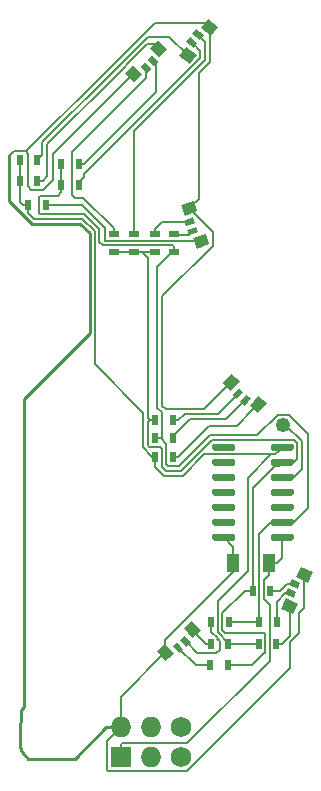
<source format=gbr>
G04 #@! TF.GenerationSoftware,KiCad,Pcbnew,5.1.6-c6e7f7d~87~ubuntu18.04.1*
G04 #@! TF.CreationDate,2020-08-06T21:04:51-07:00*
G04 #@! TF.ProjectId,scythe_badge,73637974-6865-45f6-9261-6467652e6b69,rev?*
G04 #@! TF.SameCoordinates,Original*
G04 #@! TF.FileFunction,Copper,L2,Bot*
G04 #@! TF.FilePolarity,Positive*
%FSLAX46Y46*%
G04 Gerber Fmt 4.6, Leading zero omitted, Abs format (unit mm)*
G04 Created by KiCad (PCBNEW 5.1.6-c6e7f7d~87~ubuntu18.04.1) date 2020-08-06 21:04:51*
%MOMM*%
%LPD*%
G01*
G04 APERTURE LIST*
G04 #@! TA.AperFunction,SMDPad,CuDef*
%ADD10R,0.900000X0.500000*%
G04 #@! TD*
G04 #@! TA.AperFunction,SMDPad,CuDef*
%ADD11R,1.000000X1.600000*%
G04 #@! TD*
G04 #@! TA.AperFunction,SMDPad,CuDef*
%ADD12C,0.100000*%
G04 #@! TD*
G04 #@! TA.AperFunction,ComponentPad*
%ADD13R,1.727200X1.727200*%
G04 #@! TD*
G04 #@! TA.AperFunction,ComponentPad*
%ADD14O,1.727200X1.727200*%
G04 #@! TD*
G04 #@! TA.AperFunction,ComponentPad*
%ADD15C,1.727200*%
G04 #@! TD*
G04 #@! TA.AperFunction,SMDPad,CuDef*
%ADD16C,1.250000*%
G04 #@! TD*
G04 #@! TA.AperFunction,SMDPad,CuDef*
%ADD17R,0.500000X0.900000*%
G04 #@! TD*
G04 #@! TA.AperFunction,Conductor*
%ADD18C,0.200000*%
G04 #@! TD*
G04 #@! TA.AperFunction,Conductor*
%ADD19C,0.250000*%
G04 #@! TD*
G04 #@! TA.AperFunction,Conductor*
%ADD20C,0.140000*%
G04 #@! TD*
G04 APERTURE END LIST*
D10*
X166640000Y-92540000D03*
X166640000Y-94040000D03*
G04 #@! TA.AperFunction,SMDPad,CuDef*
G36*
G01*
X169850000Y-118323851D02*
X169850000Y-118023851D01*
G75*
G02*
X170000000Y-117873851I150000J0D01*
G01*
X171650000Y-117873851D01*
G75*
G02*
X171800000Y-118023851I0J-150000D01*
G01*
X171800000Y-118323851D01*
G75*
G02*
X171650000Y-118473851I-150000J0D01*
G01*
X170000000Y-118473851D01*
G75*
G02*
X169850000Y-118323851I0J150000D01*
G01*
G37*
G04 #@! TD.AperFunction*
G04 #@! TA.AperFunction,SMDPad,CuDef*
G36*
G01*
X169850000Y-117053851D02*
X169850000Y-116753851D01*
G75*
G02*
X170000000Y-116603851I150000J0D01*
G01*
X171650000Y-116603851D01*
G75*
G02*
X171800000Y-116753851I0J-150000D01*
G01*
X171800000Y-117053851D01*
G75*
G02*
X171650000Y-117203851I-150000J0D01*
G01*
X170000000Y-117203851D01*
G75*
G02*
X169850000Y-117053851I0J150000D01*
G01*
G37*
G04 #@! TD.AperFunction*
G04 #@! TA.AperFunction,SMDPad,CuDef*
G36*
G01*
X169850000Y-115783851D02*
X169850000Y-115483851D01*
G75*
G02*
X170000000Y-115333851I150000J0D01*
G01*
X171650000Y-115333851D01*
G75*
G02*
X171800000Y-115483851I0J-150000D01*
G01*
X171800000Y-115783851D01*
G75*
G02*
X171650000Y-115933851I-150000J0D01*
G01*
X170000000Y-115933851D01*
G75*
G02*
X169850000Y-115783851I0J150000D01*
G01*
G37*
G04 #@! TD.AperFunction*
G04 #@! TA.AperFunction,SMDPad,CuDef*
G36*
G01*
X169850000Y-114513851D02*
X169850000Y-114213851D01*
G75*
G02*
X170000000Y-114063851I150000J0D01*
G01*
X171650000Y-114063851D01*
G75*
G02*
X171800000Y-114213851I0J-150000D01*
G01*
X171800000Y-114513851D01*
G75*
G02*
X171650000Y-114663851I-150000J0D01*
G01*
X170000000Y-114663851D01*
G75*
G02*
X169850000Y-114513851I0J150000D01*
G01*
G37*
G04 #@! TD.AperFunction*
G04 #@! TA.AperFunction,SMDPad,CuDef*
G36*
G01*
X169850000Y-113243851D02*
X169850000Y-112943851D01*
G75*
G02*
X170000000Y-112793851I150000J0D01*
G01*
X171650000Y-112793851D01*
G75*
G02*
X171800000Y-112943851I0J-150000D01*
G01*
X171800000Y-113243851D01*
G75*
G02*
X171650000Y-113393851I-150000J0D01*
G01*
X170000000Y-113393851D01*
G75*
G02*
X169850000Y-113243851I0J150000D01*
G01*
G37*
G04 #@! TD.AperFunction*
G04 #@! TA.AperFunction,SMDPad,CuDef*
G36*
G01*
X169850000Y-111973851D02*
X169850000Y-111673851D01*
G75*
G02*
X170000000Y-111523851I150000J0D01*
G01*
X171650000Y-111523851D01*
G75*
G02*
X171800000Y-111673851I0J-150000D01*
G01*
X171800000Y-111973851D01*
G75*
G02*
X171650000Y-112123851I-150000J0D01*
G01*
X170000000Y-112123851D01*
G75*
G02*
X169850000Y-111973851I0J150000D01*
G01*
G37*
G04 #@! TD.AperFunction*
G04 #@! TA.AperFunction,SMDPad,CuDef*
G36*
G01*
X169850000Y-110703851D02*
X169850000Y-110403851D01*
G75*
G02*
X170000000Y-110253851I150000J0D01*
G01*
X171650000Y-110253851D01*
G75*
G02*
X171800000Y-110403851I0J-150000D01*
G01*
X171800000Y-110703851D01*
G75*
G02*
X171650000Y-110853851I-150000J0D01*
G01*
X170000000Y-110853851D01*
G75*
G02*
X169850000Y-110703851I0J150000D01*
G01*
G37*
G04 #@! TD.AperFunction*
G04 #@! TA.AperFunction,SMDPad,CuDef*
G36*
G01*
X174800000Y-110703851D02*
X174800000Y-110403851D01*
G75*
G02*
X174950000Y-110253851I150000J0D01*
G01*
X176600000Y-110253851D01*
G75*
G02*
X176750000Y-110403851I0J-150000D01*
G01*
X176750000Y-110703851D01*
G75*
G02*
X176600000Y-110853851I-150000J0D01*
G01*
X174950000Y-110853851D01*
G75*
G02*
X174800000Y-110703851I0J150000D01*
G01*
G37*
G04 #@! TD.AperFunction*
G04 #@! TA.AperFunction,SMDPad,CuDef*
G36*
G01*
X174800000Y-111973851D02*
X174800000Y-111673851D01*
G75*
G02*
X174950000Y-111523851I150000J0D01*
G01*
X176600000Y-111523851D01*
G75*
G02*
X176750000Y-111673851I0J-150000D01*
G01*
X176750000Y-111973851D01*
G75*
G02*
X176600000Y-112123851I-150000J0D01*
G01*
X174950000Y-112123851D01*
G75*
G02*
X174800000Y-111973851I0J150000D01*
G01*
G37*
G04 #@! TD.AperFunction*
G04 #@! TA.AperFunction,SMDPad,CuDef*
G36*
G01*
X174800000Y-113243851D02*
X174800000Y-112943851D01*
G75*
G02*
X174950000Y-112793851I150000J0D01*
G01*
X176600000Y-112793851D01*
G75*
G02*
X176750000Y-112943851I0J-150000D01*
G01*
X176750000Y-113243851D01*
G75*
G02*
X176600000Y-113393851I-150000J0D01*
G01*
X174950000Y-113393851D01*
G75*
G02*
X174800000Y-113243851I0J150000D01*
G01*
G37*
G04 #@! TD.AperFunction*
G04 #@! TA.AperFunction,SMDPad,CuDef*
G36*
G01*
X174800000Y-114513851D02*
X174800000Y-114213851D01*
G75*
G02*
X174950000Y-114063851I150000J0D01*
G01*
X176600000Y-114063851D01*
G75*
G02*
X176750000Y-114213851I0J-150000D01*
G01*
X176750000Y-114513851D01*
G75*
G02*
X176600000Y-114663851I-150000J0D01*
G01*
X174950000Y-114663851D01*
G75*
G02*
X174800000Y-114513851I0J150000D01*
G01*
G37*
G04 #@! TD.AperFunction*
G04 #@! TA.AperFunction,SMDPad,CuDef*
G36*
G01*
X174800000Y-115783851D02*
X174800000Y-115483851D01*
G75*
G02*
X174950000Y-115333851I150000J0D01*
G01*
X176600000Y-115333851D01*
G75*
G02*
X176750000Y-115483851I0J-150000D01*
G01*
X176750000Y-115783851D01*
G75*
G02*
X176600000Y-115933851I-150000J0D01*
G01*
X174950000Y-115933851D01*
G75*
G02*
X174800000Y-115783851I0J150000D01*
G01*
G37*
G04 #@! TD.AperFunction*
G04 #@! TA.AperFunction,SMDPad,CuDef*
G36*
G01*
X174800000Y-117053851D02*
X174800000Y-116753851D01*
G75*
G02*
X174950000Y-116603851I150000J0D01*
G01*
X176600000Y-116603851D01*
G75*
G02*
X176750000Y-116753851I0J-150000D01*
G01*
X176750000Y-117053851D01*
G75*
G02*
X176600000Y-117203851I-150000J0D01*
G01*
X174950000Y-117203851D01*
G75*
G02*
X174800000Y-117053851I0J150000D01*
G01*
G37*
G04 #@! TD.AperFunction*
G04 #@! TA.AperFunction,SMDPad,CuDef*
G36*
G01*
X174800000Y-118323851D02*
X174800000Y-118023851D01*
G75*
G02*
X174950000Y-117873851I150000J0D01*
G01*
X176600000Y-117873851D01*
G75*
G02*
X176750000Y-118023851I0J-150000D01*
G01*
X176750000Y-118323851D01*
G75*
G02*
X176600000Y-118473851I-150000J0D01*
G01*
X174950000Y-118473851D01*
G75*
G02*
X174800000Y-118323851I0J150000D01*
G01*
G37*
G04 #@! TD.AperFunction*
D11*
X174630000Y-120370000D03*
X171630000Y-120370000D03*
G04 #@! TA.AperFunction,SMDPad,CuDef*
D12*
G36*
X176712364Y-124681740D02*
G01*
X175715425Y-124216860D01*
X176116912Y-123355868D01*
X177113851Y-123820748D01*
X176712364Y-124681740D01*
G37*
G04 #@! TD.AperFunction*
G04 #@! TA.AperFunction,SMDPad,CuDef*
G36*
X176754846Y-123289226D02*
G01*
X176029800Y-122951131D01*
X176243222Y-122493446D01*
X176968268Y-122831541D01*
X176754846Y-123289226D01*
G37*
G04 #@! TD.AperFunction*
G04 #@! TA.AperFunction,SMDPad,CuDef*
G36*
X177107732Y-122532459D02*
G01*
X176382686Y-122194364D01*
X176596108Y-121736679D01*
X177321154Y-122074774D01*
X177107732Y-122532459D01*
G37*
G04 #@! TD.AperFunction*
G04 #@! TA.AperFunction,SMDPad,CuDef*
G36*
X177959088Y-122008132D02*
G01*
X176962149Y-121543252D01*
X177363636Y-120682260D01*
X178360575Y-121147140D01*
X177959088Y-122008132D01*
G37*
G04 #@! TD.AperFunction*
D13*
X162120000Y-136800000D03*
D14*
X162120000Y-134260000D03*
X164660000Y-136800000D03*
X164660000Y-134260000D03*
D15*
X167200000Y-136800000D03*
X167200000Y-134260000D03*
D16*
X175880000Y-108710000D03*
G04 #@! TA.AperFunction,SMDPad,CuDef*
D12*
G36*
X165898506Y-127183409D02*
G01*
X166605572Y-128026058D01*
X165877830Y-128636707D01*
X165170764Y-127794058D01*
X165898506Y-127183409D01*
G37*
G04 #@! TD.AperFunction*
G04 #@! TA.AperFunction,SMDPad,CuDef*
G36*
X166891686Y-127068006D02*
G01*
X167405916Y-127680842D01*
X167019064Y-128005450D01*
X166504834Y-127392614D01*
X166891686Y-127068006D01*
G37*
G04 #@! TD.AperFunction*
G04 #@! TA.AperFunction,SMDPad,CuDef*
G36*
X167531334Y-126531278D02*
G01*
X168045564Y-127144114D01*
X167658712Y-127468722D01*
X167144482Y-126855886D01*
X167531334Y-126531278D01*
G37*
G04 #@! TD.AperFunction*
G04 #@! TA.AperFunction,SMDPad,CuDef*
G36*
X168158338Y-125287185D02*
G01*
X168865404Y-126129834D01*
X168137662Y-126740483D01*
X167430596Y-125897834D01*
X168158338Y-125287185D01*
G37*
G04 #@! TD.AperFunction*
G04 #@! TA.AperFunction,SMDPad,CuDef*
G36*
X174453404Y-106818000D02*
G01*
X173746338Y-107660649D01*
X173018596Y-107050000D01*
X173725662Y-106207351D01*
X174453404Y-106818000D01*
G37*
G04 #@! TD.AperFunction*
G04 #@! TA.AperFunction,SMDPad,CuDef*
G36*
X173119334Y-106416556D02*
G01*
X172605104Y-107029392D01*
X172218252Y-106704784D01*
X172732482Y-106091948D01*
X173119334Y-106416556D01*
G37*
G04 #@! TD.AperFunction*
G04 #@! TA.AperFunction,SMDPad,CuDef*
G36*
X172479686Y-105879828D02*
G01*
X171965456Y-106492664D01*
X171578604Y-106168056D01*
X172092834Y-105555220D01*
X172479686Y-105879828D01*
G37*
G04 #@! TD.AperFunction*
G04 #@! TA.AperFunction,SMDPad,CuDef*
G36*
X172193572Y-104921776D02*
G01*
X171486506Y-105764425D01*
X170758764Y-105153776D01*
X171465830Y-104311127D01*
X172193572Y-104921776D01*
G37*
G04 #@! TD.AperFunction*
G04 #@! TA.AperFunction,SMDPad,CuDef*
G36*
X163153984Y-78168199D02*
G01*
X163931801Y-78946016D01*
X163260050Y-79617767D01*
X162482233Y-78839950D01*
X163153984Y-78168199D01*
G37*
G04 #@! TD.AperFunction*
G04 #@! TA.AperFunction,SMDPad,CuDef*
G36*
X164133328Y-77966673D02*
G01*
X164699013Y-78532358D01*
X164341924Y-78889447D01*
X163776239Y-78323762D01*
X164133328Y-77966673D01*
G37*
G04 #@! TD.AperFunction*
G04 #@! TA.AperFunction,SMDPad,CuDef*
G36*
X164723762Y-77376239D02*
G01*
X165289447Y-77941924D01*
X164932358Y-78299013D01*
X164366673Y-77733328D01*
X164723762Y-77376239D01*
G37*
G04 #@! TD.AperFunction*
G04 #@! TA.AperFunction,SMDPad,CuDef*
G36*
X165239950Y-76082233D02*
G01*
X166017767Y-76860050D01*
X165346016Y-77531801D01*
X164568199Y-76753984D01*
X165239950Y-76082233D01*
G37*
G04 #@! TD.AperFunction*
G04 #@! TA.AperFunction,SMDPad,CuDef*
G36*
X169759068Y-75750603D02*
G01*
X168892256Y-75073375D01*
X169477134Y-74324765D01*
X170343946Y-75001993D01*
X169759068Y-75750603D01*
G37*
G04 #@! TD.AperFunction*
G04 #@! TA.AperFunction,SMDPad,CuDef*
G36*
X168811584Y-76069978D02*
G01*
X168181175Y-75577449D01*
X168492084Y-75179504D01*
X169122493Y-75672033D01*
X168811584Y-76069978D01*
G37*
G04 #@! TD.AperFunction*
G04 #@! TA.AperFunction,SMDPad,CuDef*
G36*
X168297507Y-76727967D02*
G01*
X167667098Y-76235438D01*
X167978007Y-75837493D01*
X168608416Y-76330022D01*
X168297507Y-76727967D01*
G37*
G04 #@! TD.AperFunction*
G04 #@! TA.AperFunction,SMDPad,CuDef*
G36*
X167942866Y-78075235D02*
G01*
X167076054Y-77398007D01*
X167660932Y-76649397D01*
X168527744Y-77326625D01*
X167942866Y-78075235D01*
G37*
G04 #@! TD.AperFunction*
G04 #@! TA.AperFunction,SMDPad,CuDef*
G36*
X169613080Y-93365995D02*
G01*
X168579418Y-93742217D01*
X168254498Y-92849509D01*
X169288160Y-92473287D01*
X169613080Y-93365995D01*
G37*
G04 #@! TD.AperFunction*
G04 #@! TA.AperFunction,SMDPad,CuDef*
G36*
X168658462Y-92351299D02*
G01*
X167906708Y-92624915D01*
X167733988Y-92150371D01*
X168485742Y-91876755D01*
X168658462Y-92351299D01*
G37*
G04 #@! TD.AperFunction*
G04 #@! TA.AperFunction,SMDPad,CuDef*
G36*
X168372876Y-91566655D02*
G01*
X167621122Y-91840271D01*
X167448402Y-91365727D01*
X168200156Y-91092111D01*
X168372876Y-91566655D01*
G37*
G04 #@! TD.AperFunction*
G04 #@! TA.AperFunction,SMDPad,CuDef*
G36*
X168604120Y-90593901D02*
G01*
X167570458Y-90970123D01*
X167245538Y-90077415D01*
X168279200Y-89701193D01*
X168604120Y-90593901D01*
G37*
G04 #@! TD.AperFunction*
D17*
X171246000Y-125324000D03*
X169746000Y-125324000D03*
X165030000Y-109810000D03*
X166530000Y-109810000D03*
X158570000Y-86560000D03*
X157070000Y-86560000D03*
X173810000Y-125324000D03*
X175310000Y-125324000D03*
X169726000Y-127236000D03*
X171226000Y-127236000D03*
X166530000Y-111370000D03*
X165030000Y-111370000D03*
X153540000Y-88020000D03*
X155040000Y-88020000D03*
X175290000Y-127236000D03*
X173790000Y-127236000D03*
X171184000Y-129032000D03*
X169684000Y-129032000D03*
X165030000Y-108250000D03*
X166530000Y-108250000D03*
D10*
X161520000Y-92540000D03*
X161520000Y-94040000D03*
D17*
X174770000Y-122730000D03*
X173270000Y-122730000D03*
X157090000Y-88310000D03*
X158590000Y-88310000D03*
X155040000Y-86260000D03*
X153540000Y-86260000D03*
X154260000Y-90040000D03*
X155760000Y-90040000D03*
D10*
X163270000Y-92540000D03*
X163270000Y-94040000D03*
X164980000Y-92540000D03*
X164980000Y-94040000D03*
D18*
X168450647Y-129032000D02*
X169684000Y-129032000D01*
X166955375Y-127536728D02*
X168450647Y-129032000D01*
X175330000Y-120370000D02*
X174630000Y-120370000D01*
X175775000Y-119925000D02*
X175330000Y-120370000D01*
X175775000Y-118173851D02*
X175775000Y-119925000D01*
X162120000Y-135736400D02*
X162120000Y-136800000D01*
X162220001Y-135636399D02*
X162120000Y-135736400D01*
X167758529Y-135636399D02*
X162220001Y-135636399D01*
X174630000Y-121370000D02*
X174219999Y-121780001D01*
X174630000Y-120370000D02*
X174630000Y-121370000D01*
X174740000Y-123910000D02*
X174740000Y-128654928D01*
X174740000Y-128654928D02*
X167758529Y-135636399D01*
X174219999Y-121780001D02*
X174219999Y-123389999D01*
X174219999Y-123389999D02*
X174740000Y-123910000D01*
X162120000Y-131678226D02*
X165888168Y-127910058D01*
X162120000Y-134260000D02*
X162120000Y-131678226D01*
X171630000Y-118978851D02*
X170825000Y-118173851D01*
X171630000Y-120370000D02*
X171630000Y-118978851D01*
X177661362Y-121910307D02*
X177661362Y-121345196D01*
X177220000Y-124598383D02*
X177661362Y-124157021D01*
X177220000Y-126321698D02*
X177220000Y-124598383D01*
X176469413Y-127072285D02*
X177220000Y-126321698D01*
X160956399Y-135423601D02*
X160956399Y-137903601D01*
X162120000Y-134260000D02*
X160956399Y-135423601D01*
X160956399Y-137903601D02*
X161016399Y-137963601D01*
X177661362Y-124157021D02*
X177661362Y-121910307D01*
X161016399Y-137963601D02*
X167758529Y-137963601D01*
X176469413Y-129252717D02*
X176469413Y-127072285D01*
X167758529Y-137963601D02*
X176469413Y-129252717D01*
X168295427Y-90706256D02*
X167924829Y-90335658D01*
X171476168Y-105037776D02*
X169193944Y-107320000D01*
X169193944Y-107320000D02*
X165910000Y-107320000D01*
X165910000Y-107320000D02*
X165620000Y-107030000D01*
X165620000Y-107030000D02*
X165620000Y-97783355D01*
X165620000Y-97783355D02*
X169913090Y-93490265D01*
X169913090Y-92323919D02*
X168295427Y-90706256D01*
X169913090Y-93490265D02*
X169913090Y-92323919D01*
X165888168Y-126891832D02*
X171630000Y-121150000D01*
X165888168Y-127910058D02*
X165888168Y-126891832D01*
X171630000Y-121150000D02*
X171630000Y-120370000D01*
D19*
X153927391Y-106459557D02*
X159474990Y-100911958D01*
X152660000Y-89691054D02*
X152660000Y-85899998D01*
X153927391Y-132542609D02*
X153927391Y-106459557D01*
X153678543Y-133188622D02*
X153680020Y-133187230D01*
X153684724Y-133028503D02*
X153685931Y-133027348D01*
X153662266Y-133470520D02*
X153664435Y-133468558D01*
X153680020Y-133187230D02*
X153684724Y-133028503D01*
X153654511Y-133592680D02*
X153662266Y-133470520D01*
X153597949Y-134008655D02*
X153610877Y-133917435D01*
X153944061Y-136582818D02*
X153914406Y-136548333D01*
X154114296Y-136764720D02*
X153974134Y-136616220D01*
X162120000Y-134260000D02*
X160898686Y-134260000D01*
X154114261Y-136765952D02*
X154114296Y-136764720D01*
X153626481Y-136053935D02*
X153615234Y-136010535D01*
X158693956Y-91655010D02*
X154623956Y-91655010D01*
X154152830Y-136807279D02*
X154114261Y-136765952D01*
X153637678Y-136092126D02*
X153626481Y-136053935D01*
X159474990Y-92436044D02*
X158693956Y-91655010D01*
X154152593Y-136814156D02*
X154152830Y-136807279D01*
X153648523Y-136124620D02*
X153637678Y-136092126D01*
X159474990Y-100911958D02*
X159474990Y-92436044D01*
X154196228Y-136863971D02*
X154152593Y-136814156D01*
X153657286Y-136147548D02*
X153648523Y-136124620D01*
X153672893Y-133333853D02*
X153678543Y-133188622D01*
X153643006Y-133707515D02*
X153651929Y-133594953D01*
X154195841Y-136869827D02*
X154196228Y-136863971D01*
X160898686Y-134260000D02*
X158198686Y-136960000D01*
X153974134Y-136616220D02*
X153944061Y-136582818D01*
X153614795Y-133914348D02*
X153626309Y-133817202D01*
X153570000Y-134131493D02*
X153575114Y-134101258D01*
X153615234Y-136010535D02*
X153604174Y-135962471D01*
X153734871Y-136298608D02*
X153715133Y-136264781D01*
X153914406Y-136548333D02*
X153885477Y-136513144D01*
X153685931Y-133027348D02*
X153691409Y-132778591D01*
X153664435Y-133468558D02*
X153671098Y-133335513D01*
X153629799Y-133814333D02*
X153639975Y-133710101D01*
X154239412Y-136928031D02*
X154239887Y-136922924D01*
X153593684Y-134011861D02*
X153597949Y-134008655D01*
X153583216Y-135854134D02*
X153573526Y-135794660D01*
X158198686Y-136960000D02*
X154264689Y-136960000D01*
X153885477Y-136513144D02*
X153857306Y-136477302D01*
X153691409Y-132778591D02*
X153927391Y-132542609D01*
X153671098Y-133335513D02*
X153672893Y-133333853D01*
X153639975Y-133710101D02*
X153643006Y-133707515D01*
X154239887Y-136922924D02*
X154195841Y-136869827D01*
X154623956Y-91655010D02*
X152660000Y-89691054D01*
X153573526Y-135794660D02*
X153570000Y-135770346D01*
X153857306Y-136477302D02*
X153830171Y-136441196D01*
X153830171Y-136441196D02*
X153804221Y-136405041D01*
X153804221Y-136405041D02*
X153779529Y-136368965D01*
X153779529Y-136368965D02*
X153756386Y-136333434D01*
X153756386Y-136333434D02*
X153734871Y-136298608D01*
X153715133Y-136264781D02*
X153697388Y-136232399D01*
X153651929Y-133594953D02*
X153654511Y-133592680D01*
X153610877Y-133917435D02*
X153614795Y-133914348D01*
X153570000Y-135770346D02*
X153570000Y-134131493D01*
X153697388Y-136232399D02*
X153681728Y-136201742D01*
X153681728Y-136201742D02*
X153668322Y-136173293D01*
X153668322Y-136173293D02*
X153657286Y-136147548D01*
X153626309Y-133817202D02*
X153629799Y-133814333D01*
X153575114Y-134101258D02*
X153579276Y-134098286D01*
X153604174Y-135962471D02*
X153593455Y-135910170D01*
X153579276Y-134098286D02*
X153593684Y-134011861D01*
X154264689Y-136960000D02*
X154239412Y-136928031D01*
X153593455Y-135910170D02*
X153583216Y-135854134D01*
D18*
X152660000Y-85899998D02*
X153049999Y-85509999D01*
X169735942Y-75122618D02*
X169726267Y-75112943D01*
X154069999Y-85509999D02*
X153049999Y-85509999D01*
X154250000Y-85690000D02*
X154069999Y-85509999D01*
X163207017Y-78892983D02*
X156340000Y-85760000D01*
X156340000Y-87960002D02*
X155530001Y-88770001D01*
X155530001Y-88770001D02*
X154549999Y-88770001D01*
X154549999Y-88770001D02*
X154250000Y-88470002D01*
X156340000Y-85760000D02*
X156340000Y-87960002D01*
X154250000Y-88470002D02*
X154250000Y-85690000D01*
X169657776Y-75077359D02*
X169648101Y-75067684D01*
X169627776Y-77912224D02*
X169657776Y-77882224D01*
X168700000Y-89560487D02*
X168700000Y-78873781D01*
X169657776Y-77882224D02*
X169657776Y-75077359D01*
X167924829Y-90335658D02*
X168700000Y-89560487D01*
X168700000Y-78873781D02*
X169627776Y-77946005D01*
X169627776Y-77946005D02*
X169627776Y-77912224D01*
X154130001Y-85509999D02*
X153049999Y-85509999D01*
X161312202Y-78327800D02*
X154130001Y-85509999D01*
X161312202Y-78324301D02*
X161312202Y-78327800D01*
X161780845Y-77855658D02*
X161312202Y-78324301D01*
X162159692Y-77480310D02*
X161784344Y-77855658D01*
X161784344Y-77855658D02*
X161780845Y-77855658D01*
X169226272Y-74645855D02*
X164994146Y-74645855D01*
X164994146Y-74645855D02*
X162631833Y-77008168D01*
X162631833Y-77008168D02*
X162628335Y-77008168D01*
X162628335Y-77008168D02*
X162159692Y-77476811D01*
X169618101Y-75037684D02*
X169226272Y-74645855D01*
X162159692Y-77476811D02*
X162159692Y-77480310D01*
D20*
X169746000Y-126169273D02*
X170320000Y-126743273D01*
X169746000Y-125324000D02*
X169746000Y-126169273D01*
D18*
X170484302Y-126950000D02*
X170298788Y-126764486D01*
X170490000Y-126950000D02*
X170484302Y-126950000D01*
X170490000Y-127712002D02*
X170490000Y-126950000D01*
X170216001Y-127986001D02*
X170490000Y-127712002D01*
X168581024Y-127986001D02*
X170216001Y-127986001D01*
X167595023Y-127000000D02*
X168581024Y-127986001D01*
X169370166Y-127236000D02*
X169726000Y-127236000D01*
X168148000Y-126013834D02*
X169370166Y-127236000D01*
X173345606Y-107324394D02*
X173736000Y-106934000D01*
X171920000Y-108750000D02*
X173345606Y-107324394D01*
X169600000Y-108750000D02*
X171920000Y-108750000D01*
X166530000Y-111370000D02*
X166980000Y-111370000D01*
X166980000Y-111370000D02*
X169600000Y-108750000D01*
X162112223Y-78659177D02*
X155880000Y-84891400D01*
X155490000Y-88020000D02*
X155040000Y-88020000D01*
X164154383Y-76617017D02*
X162963211Y-77808189D01*
X155880000Y-87630000D02*
X155490000Y-88020000D01*
X155880000Y-84891400D02*
X155880000Y-87630000D01*
X162112223Y-78655679D02*
X162112223Y-78659177D01*
X162963211Y-77808189D02*
X162959713Y-77808189D01*
X162963211Y-77808189D02*
X162112223Y-78659177D01*
X164353291Y-76418109D02*
X164154383Y-76617017D01*
X164904075Y-76418109D02*
X164353291Y-76418109D01*
X165292983Y-76807017D02*
X164904075Y-76418109D01*
X176414638Y-124542908D02*
X176414638Y-124018804D01*
X176414638Y-126561362D02*
X176414638Y-124542908D01*
X175740000Y-127236000D02*
X176414638Y-126561362D01*
X175290000Y-127236000D02*
X175740000Y-127236000D01*
X155479990Y-85820010D02*
X155040000Y-86260000D01*
X155479990Y-84725711D02*
X155479990Y-85820010D01*
X161712213Y-78489990D02*
X161712213Y-78493489D01*
X161712213Y-78493489D02*
X155479990Y-84725711D01*
X161946534Y-78255669D02*
X161712213Y-78489990D01*
X161950033Y-78255669D02*
X161946534Y-78255669D01*
X162559703Y-77645999D02*
X161950033Y-78255669D01*
X164423479Y-75782223D02*
X162797523Y-77408179D01*
X166221806Y-75782223D02*
X164423479Y-75782223D01*
X162794024Y-77408179D02*
X162559703Y-77642500D01*
X167801899Y-77362316D02*
X166221806Y-75782223D01*
X162559703Y-77642500D02*
X162559703Y-77645999D01*
X162797523Y-77408179D02*
X162794024Y-77408179D01*
X168348492Y-93107752D02*
X168933789Y-93107752D01*
X168346243Y-93110001D02*
X168348492Y-93107752D01*
D20*
X168296242Y-93060000D02*
X168346243Y-93110001D01*
X160880000Y-93060000D02*
X168296242Y-93060000D01*
D18*
X160769999Y-91989999D02*
X160769999Y-93030001D01*
X160799998Y-93060000D02*
X160880000Y-93060000D01*
X160769999Y-93030001D02*
X160799998Y-93060000D01*
X155760000Y-90040000D02*
X158820000Y-90040000D01*
X158820000Y-90040000D02*
X160769999Y-91989999D01*
X175900000Y-108730000D02*
X175880000Y-108710000D01*
X177450020Y-110051760D02*
X176128260Y-108730000D01*
X177450020Y-112393831D02*
X177450020Y-110051760D01*
X176128260Y-108730000D02*
X175900000Y-108730000D01*
X175775000Y-113093851D02*
X176750000Y-113093851D01*
X176750000Y-113093851D02*
X177450020Y-112393831D01*
X171039463Y-108190000D02*
X172384870Y-106844593D01*
X172384870Y-106844593D02*
X172668793Y-106560670D01*
X166530000Y-109810000D02*
X166530000Y-109610000D01*
X167950000Y-108190000D02*
X171039463Y-108190000D01*
X166530000Y-109610000D02*
X167950000Y-108190000D01*
X170333076Y-107720011D02*
X167509989Y-107720011D01*
X172029145Y-106023942D02*
X170333076Y-107720011D01*
X166980000Y-108250000D02*
X166530000Y-108250000D01*
X167509989Y-107720011D02*
X166980000Y-108250000D01*
X164237626Y-79332374D02*
X164237626Y-78428060D01*
X161520000Y-92028601D02*
X158941399Y-89450000D01*
X158019999Y-85550001D02*
X164237626Y-79332374D01*
X158941399Y-89450000D02*
X158240000Y-89450000D01*
X158240000Y-89450000D02*
X158019999Y-89229999D01*
X161520000Y-92560000D02*
X161520000Y-92028601D01*
X158019999Y-89229999D02*
X158019999Y-85550001D01*
X165110902Y-80469098D02*
X165110902Y-78120468D01*
X159020000Y-86560000D02*
X165110902Y-80469098D01*
X165110902Y-78120468D02*
X164828060Y-77837626D01*
X158570000Y-86560000D02*
X159020000Y-86560000D01*
X176057683Y-122891336D02*
X176499034Y-122891336D01*
X175310000Y-123639019D02*
X176057683Y-122891336D01*
X175310000Y-125324000D02*
X175310000Y-123639019D01*
X176177819Y-122134569D02*
X176410569Y-122134569D01*
X176410569Y-122134569D02*
X176851920Y-122134569D01*
X175582388Y-122730000D02*
X176177819Y-122134569D01*
X174770000Y-122730000D02*
X175582388Y-122730000D01*
X163270000Y-83738081D02*
X169257765Y-77750316D01*
X163270000Y-92540000D02*
X163270000Y-83738081D01*
X169257765Y-76230672D02*
X168651834Y-75624741D01*
X169257765Y-77750316D02*
X169257765Y-76230672D01*
X168827754Y-77614627D02*
X159040000Y-87402381D01*
X159040000Y-87402381D02*
X159040000Y-87660000D01*
X159040000Y-87660000D02*
X158590000Y-88110000D01*
X158590000Y-88110000D02*
X158590000Y-88310000D01*
X168827754Y-76972727D02*
X168137757Y-76282730D01*
X168827754Y-77614627D02*
X168827754Y-76972727D01*
X167897060Y-92550000D02*
X168196225Y-92250835D01*
X166640000Y-92550000D02*
X167897060Y-92550000D01*
X167484968Y-91466191D02*
X167910639Y-91466191D01*
X165593809Y-91466191D02*
X167484968Y-91466191D01*
X164980000Y-92080000D02*
X165593809Y-91466191D01*
X164980000Y-92530000D02*
X164980000Y-92080000D01*
X157070000Y-88290000D02*
X157090000Y-88310000D01*
X157070000Y-86560000D02*
X157070000Y-88290000D01*
X173360000Y-125324000D02*
X171246000Y-125324000D01*
X173810000Y-125324000D02*
X173360000Y-125324000D01*
X173819989Y-124664011D02*
X173819989Y-123200000D01*
X173810000Y-125324000D02*
X173810000Y-124674000D01*
X173810000Y-124674000D02*
X173819989Y-124664011D01*
X174800000Y-116903851D02*
X173819989Y-117883862D01*
X175775000Y-116903851D02*
X174800000Y-116903851D01*
X173819989Y-117883862D02*
X173819989Y-121614312D01*
D20*
X173819989Y-122350011D02*
X173819989Y-121614312D01*
X173819989Y-123200000D02*
X173819989Y-122350011D01*
D18*
X165480000Y-109810000D02*
X165030000Y-109810000D01*
X155309987Y-90829989D02*
X155209999Y-90730001D01*
X155269999Y-89289999D02*
X156760001Y-89289999D01*
X155209999Y-90730001D02*
X155209999Y-89349999D01*
X155209999Y-89349999D02*
X155269999Y-89289999D01*
X157090000Y-88960000D02*
X157090000Y-88310000D01*
X156760001Y-89289999D02*
X157090000Y-88960000D01*
X166510010Y-93460010D02*
X160600010Y-93460010D01*
X160300011Y-93160011D02*
X160300011Y-92094311D01*
X160600010Y-93460010D02*
X160300011Y-93160011D01*
X159035689Y-90829989D02*
X155309987Y-90829989D01*
X166640000Y-93590000D02*
X166510010Y-93460010D01*
X166640000Y-94040000D02*
X166640000Y-93590000D01*
X160300011Y-92094311D02*
X159035689Y-90829989D01*
X165219989Y-107199987D02*
X165580001Y-107559999D01*
X165219989Y-95260011D02*
X165219989Y-107199987D01*
X165580001Y-107559999D02*
X165580001Y-109709999D01*
X165580001Y-109709999D02*
X165480000Y-109810000D01*
X166440000Y-94040000D02*
X165219989Y-95260011D01*
X166640000Y-94040000D02*
X166440000Y-94040000D01*
X166109968Y-112169968D02*
X165950011Y-112010011D01*
X177940000Y-115713851D02*
X177940000Y-109400998D01*
X175435999Y-107784999D02*
X173667168Y-109553830D01*
X165980009Y-110310009D02*
X165480000Y-109810000D01*
X169647909Y-109553830D02*
X167031771Y-112169968D01*
X167031771Y-112169968D02*
X166109968Y-112169968D01*
X176324001Y-107784999D02*
X175435999Y-107784999D01*
X165950011Y-112010011D02*
X165950011Y-110875687D01*
X173667168Y-109553830D02*
X169647909Y-109553830D01*
X177940000Y-109400998D02*
X176324001Y-107784999D01*
X165980009Y-110845689D02*
X165980009Y-110310009D01*
X176750000Y-116903851D02*
X177940000Y-115713851D01*
X175775000Y-116903851D02*
X176750000Y-116903851D01*
X165950011Y-110875687D02*
X165980009Y-110845689D01*
X154240000Y-90020000D02*
X154260000Y-90040000D01*
X171676000Y-127236000D02*
X173790000Y-127236000D01*
X171226000Y-127236000D02*
X171676000Y-127236000D01*
X164784298Y-111370000D02*
X165030000Y-111370000D01*
X163980000Y-107620000D02*
X163980000Y-110565702D01*
X159900000Y-92260000D02*
X159900000Y-103540000D01*
X158870000Y-91230000D02*
X159900000Y-92260000D01*
X159900000Y-103540000D02*
X163980000Y-107620000D01*
X154800000Y-91230000D02*
X158870000Y-91230000D01*
X154260000Y-90040000D02*
X154260000Y-90690000D01*
X163980000Y-110565702D02*
X164784298Y-111370000D01*
X154260000Y-90690000D02*
X154800000Y-91230000D01*
X153540000Y-86260000D02*
X153540000Y-88020000D01*
X153540000Y-89770000D02*
X153810000Y-90040000D01*
X153810000Y-90040000D02*
X154260000Y-90040000D01*
X153540000Y-88020000D02*
X153540000Y-89770000D01*
X172847692Y-113139747D02*
X172847692Y-120992310D01*
X170310000Y-126204300D02*
X170310000Y-123530002D01*
X174833578Y-111153861D02*
X172847692Y-113139747D01*
X170310000Y-123530002D02*
X172847692Y-120992310D01*
X171226000Y-127236000D02*
X171226000Y-127120300D01*
X171226000Y-127120300D02*
X170310000Y-126204300D01*
X175475000Y-110853851D02*
X175775000Y-110553851D01*
X165030000Y-112265698D02*
X165734291Y-112969989D01*
X165030000Y-111370000D02*
X165030000Y-112265698D01*
X165734291Y-112969989D02*
X167380011Y-112969989D01*
X167380011Y-112969989D02*
X169196139Y-111153861D01*
X175174990Y-111153861D02*
X175475000Y-110853851D01*
X169196139Y-111153861D02*
X175174990Y-111153861D01*
D20*
X165580001Y-112250001D02*
X165580001Y-110679999D01*
D18*
X164380011Y-108449989D02*
X164580000Y-108250000D01*
X164380011Y-110400013D02*
X164380011Y-108449989D01*
X164539999Y-110560001D02*
X164380011Y-110400013D01*
X165580001Y-110679999D02*
X165460003Y-110560001D01*
X165460003Y-110560001D02*
X164539999Y-110560001D01*
X171184000Y-129032000D02*
X173234002Y-129032000D01*
X173234002Y-129032000D02*
X174280001Y-127986001D01*
X173270000Y-122080000D02*
X173270000Y-122730000D01*
X173270000Y-113987439D02*
X173270000Y-122080000D01*
X175133588Y-112123851D02*
X173270000Y-113987439D01*
X175475000Y-112123851D02*
X175133588Y-112123851D01*
X175775000Y-111823851D02*
X175475000Y-112123851D01*
X173270000Y-122730000D02*
X172599998Y-122730000D01*
X172599998Y-122730000D02*
X170710010Y-124619988D01*
D20*
X174280001Y-127986001D02*
X174283999Y-127986001D01*
X174283999Y-127986001D02*
X174350000Y-127920000D01*
X174339990Y-127880010D02*
X174339990Y-126740000D01*
X174280001Y-127939999D02*
X174339990Y-127880010D01*
X174280001Y-127986001D02*
X174280001Y-127939999D01*
X170710010Y-124619988D02*
X170710010Y-126028012D01*
D18*
X174339990Y-126299990D02*
X174330000Y-126290000D01*
X174330000Y-126290000D02*
X170971998Y-126290000D01*
X170971998Y-126290000D02*
X170710010Y-126028012D01*
X174339990Y-126740000D02*
X174339990Y-126299990D01*
X163250000Y-94060000D02*
X163270000Y-94040000D01*
X164970000Y-94040000D02*
X164980000Y-94030000D01*
X164980000Y-94040000D02*
X163270000Y-94040000D01*
X163270000Y-94040000D02*
X161520000Y-94040000D01*
X164380010Y-108050010D02*
X164580000Y-108250000D01*
X164580000Y-108250000D02*
X165030000Y-108250000D01*
X164380010Y-94500010D02*
X164380010Y-108050010D01*
X163920000Y-94040000D02*
X164380010Y-94500010D01*
X163270000Y-94040000D02*
X163920000Y-94040000D01*
X175775000Y-111823851D02*
X176750000Y-111823851D01*
X177050010Y-110217449D02*
X176786402Y-109953841D01*
X176750000Y-111823851D02*
X177050010Y-111523841D01*
X165899980Y-112569979D02*
X165580001Y-112250001D01*
X176786402Y-109953841D02*
X169813598Y-109953841D01*
X167197460Y-112569979D02*
X165899980Y-112569979D01*
X169813598Y-109953841D02*
X167197460Y-112569979D01*
X177050010Y-111523841D02*
X177050010Y-110217449D01*
M02*

</source>
